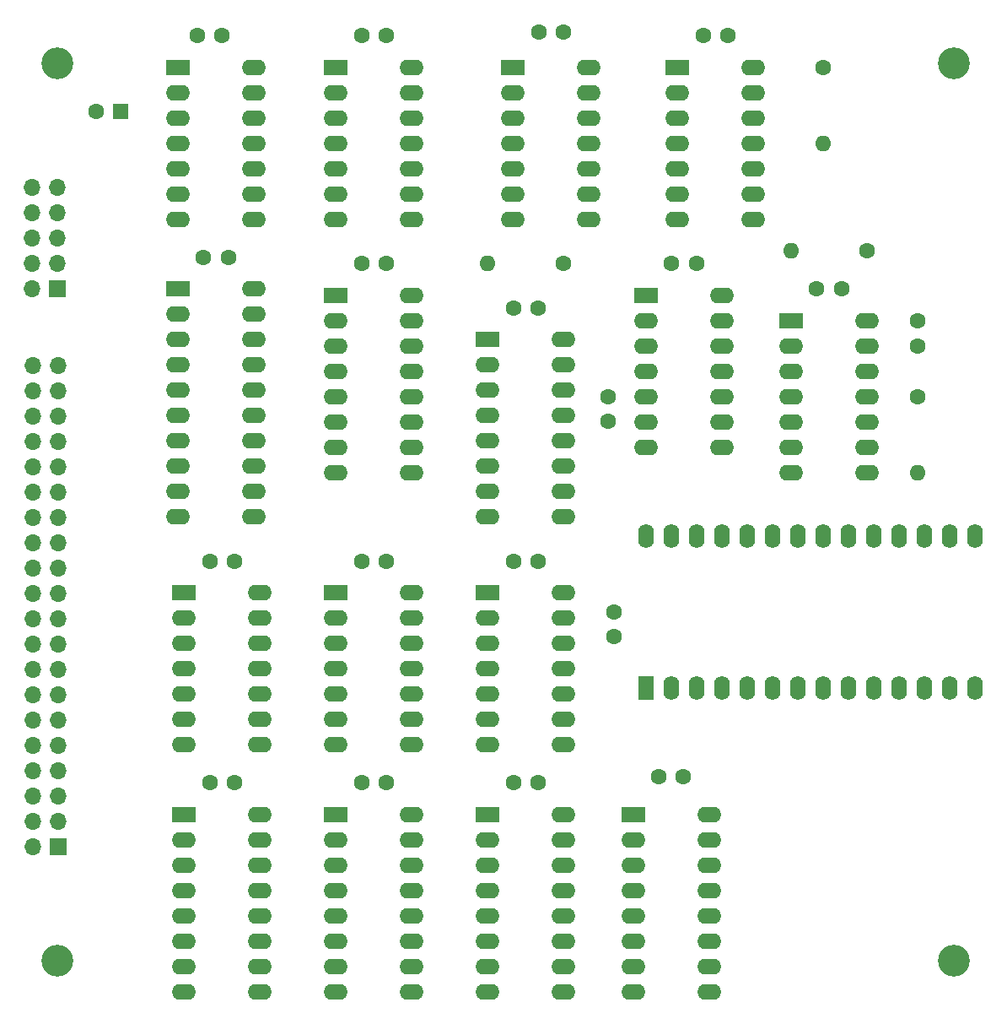
<source format=gbs>
G04 #@! TF.GenerationSoftware,KiCad,Pcbnew,(5.1.9)-1*
G04 #@! TF.CreationDate,2022-09-15T15:00:03+09:00*
G04 #@! TF.ProjectId,MZ-80B,4d5a2d38-3042-42e6-9b69-6361645f7063,rev?*
G04 #@! TF.SameCoordinates,PX53920b0PY93c3260*
G04 #@! TF.FileFunction,Soldermask,Bot*
G04 #@! TF.FilePolarity,Negative*
%FSLAX46Y46*%
G04 Gerber Fmt 4.6, Leading zero omitted, Abs format (unit mm)*
G04 Created by KiCad (PCBNEW (5.1.9)-1) date 2022-09-15 15:00:03*
%MOMM*%
%LPD*%
G01*
G04 APERTURE LIST*
%ADD10C,3.200000*%
%ADD11C,1.600000*%
%ADD12O,1.600000X1.600000*%
%ADD13R,1.600000X2.400000*%
%ADD14O,1.600000X2.400000*%
%ADD15R,2.400000X1.600000*%
%ADD16O,2.400000X1.600000*%
%ADD17R,1.700000X1.700000*%
%ADD18O,1.700000X1.700000*%
%ADD19R,1.600000X1.600000*%
G04 APERTURE END LIST*
D10*
X5000000Y95000000D03*
X95000000Y95000000D03*
X95000000Y5000000D03*
X5000000Y5000000D03*
D11*
X60325000Y61595000D03*
X60325000Y59095000D03*
X91440000Y69175000D03*
X91440000Y66675000D03*
X91440000Y61595000D03*
D12*
X91440000Y53975000D03*
X78740000Y76200000D03*
D11*
X86360000Y76200000D03*
D12*
X48260000Y74930000D03*
D11*
X55880000Y74930000D03*
X81915000Y94615000D03*
D12*
X81915000Y86995000D03*
D13*
X64135000Y32385000D03*
D14*
X97155000Y47625000D03*
X66675000Y32385000D03*
X94615000Y47625000D03*
X69215000Y32385000D03*
X92075000Y47625000D03*
X71755000Y32385000D03*
X89535000Y47625000D03*
X74295000Y32385000D03*
X86995000Y47625000D03*
X76835000Y32385000D03*
X84455000Y47625000D03*
X79375000Y32385000D03*
X81915000Y47625000D03*
X81915000Y32385000D03*
X79375000Y47625000D03*
X84455000Y32385000D03*
X76835000Y47625000D03*
X86995000Y32385000D03*
X74295000Y47625000D03*
X89535000Y32385000D03*
X71755000Y47625000D03*
X92075000Y32385000D03*
X69215000Y47625000D03*
X94615000Y32385000D03*
X66675000Y47625000D03*
X97155000Y32385000D03*
X64135000Y47625000D03*
D15*
X17780000Y19685000D03*
D16*
X25400000Y1905000D03*
X17780000Y17145000D03*
X25400000Y4445000D03*
X17780000Y14605000D03*
X25400000Y6985000D03*
X17780000Y12065000D03*
X25400000Y9525000D03*
X17780000Y9525000D03*
X25400000Y12065000D03*
X17780000Y6985000D03*
X25400000Y14605000D03*
X17780000Y4445000D03*
X25400000Y17145000D03*
X17780000Y1905000D03*
X25400000Y19685000D03*
D15*
X33020000Y19685000D03*
D16*
X40640000Y1905000D03*
X33020000Y17145000D03*
X40640000Y4445000D03*
X33020000Y14605000D03*
X40640000Y6985000D03*
X33020000Y12065000D03*
X40640000Y9525000D03*
X33020000Y9525000D03*
X40640000Y12065000D03*
X33020000Y6985000D03*
X40640000Y14605000D03*
X33020000Y4445000D03*
X40640000Y17145000D03*
X33020000Y1905000D03*
X40640000Y19685000D03*
X55880000Y19685000D03*
X48260000Y1905000D03*
X55880000Y17145000D03*
X48260000Y4445000D03*
X55880000Y14605000D03*
X48260000Y6985000D03*
X55880000Y12065000D03*
X48260000Y9525000D03*
X55880000Y9525000D03*
X48260000Y12065000D03*
X55880000Y6985000D03*
X48260000Y14605000D03*
X55880000Y4445000D03*
X48260000Y17145000D03*
X55880000Y1905000D03*
D15*
X48260000Y19685000D03*
D16*
X70485000Y19685000D03*
X62865000Y1905000D03*
X70485000Y17145000D03*
X62865000Y4445000D03*
X70485000Y14605000D03*
X62865000Y6985000D03*
X70485000Y12065000D03*
X62865000Y9525000D03*
X70485000Y9525000D03*
X62865000Y12065000D03*
X70485000Y6985000D03*
X62865000Y14605000D03*
X70485000Y4445000D03*
X62865000Y17145000D03*
X70485000Y1905000D03*
D15*
X62865000Y19685000D03*
X17780000Y41910000D03*
D16*
X25400000Y26670000D03*
X17780000Y39370000D03*
X25400000Y29210000D03*
X17780000Y36830000D03*
X25400000Y31750000D03*
X17780000Y34290000D03*
X25400000Y34290000D03*
X17780000Y31750000D03*
X25400000Y36830000D03*
X17780000Y29210000D03*
X25400000Y39370000D03*
X17780000Y26670000D03*
X25400000Y41910000D03*
X40640000Y41910000D03*
X33020000Y26670000D03*
X40640000Y39370000D03*
X33020000Y29210000D03*
X40640000Y36830000D03*
X33020000Y31750000D03*
X40640000Y34290000D03*
X33020000Y34290000D03*
X40640000Y31750000D03*
X33020000Y36830000D03*
X40640000Y29210000D03*
X33020000Y39370000D03*
X40640000Y26670000D03*
D15*
X33020000Y41910000D03*
X48260000Y41910000D03*
D16*
X55880000Y26670000D03*
X48260000Y39370000D03*
X55880000Y29210000D03*
X48260000Y36830000D03*
X55880000Y31750000D03*
X48260000Y34290000D03*
X55880000Y34290000D03*
X48260000Y31750000D03*
X55880000Y36830000D03*
X48260000Y29210000D03*
X55880000Y39370000D03*
X48260000Y26670000D03*
X55880000Y41910000D03*
D15*
X17145000Y72390000D03*
D16*
X24765000Y49530000D03*
X17145000Y69850000D03*
X24765000Y52070000D03*
X17145000Y67310000D03*
X24765000Y54610000D03*
X17145000Y64770000D03*
X24765000Y57150000D03*
X17145000Y62230000D03*
X24765000Y59690000D03*
X17145000Y59690000D03*
X24765000Y62230000D03*
X17145000Y57150000D03*
X24765000Y64770000D03*
X17145000Y54610000D03*
X24765000Y67310000D03*
X17145000Y52070000D03*
X24765000Y69850000D03*
X17145000Y49530000D03*
X24765000Y72390000D03*
D15*
X64135000Y71755000D03*
D16*
X71755000Y56515000D03*
X64135000Y69215000D03*
X71755000Y59055000D03*
X64135000Y66675000D03*
X71755000Y61595000D03*
X64135000Y64135000D03*
X71755000Y64135000D03*
X64135000Y61595000D03*
X71755000Y66675000D03*
X64135000Y59055000D03*
X71755000Y69215000D03*
X64135000Y56515000D03*
X71755000Y71755000D03*
D15*
X78740000Y69215000D03*
D16*
X86360000Y53975000D03*
X78740000Y66675000D03*
X86360000Y56515000D03*
X78740000Y64135000D03*
X86360000Y59055000D03*
X78740000Y61595000D03*
X86360000Y61595000D03*
X78740000Y59055000D03*
X86360000Y64135000D03*
X78740000Y56515000D03*
X86360000Y66675000D03*
X78740000Y53975000D03*
X86360000Y69215000D03*
D15*
X17145000Y94615000D03*
D16*
X24765000Y79375000D03*
X17145000Y92075000D03*
X24765000Y81915000D03*
X17145000Y89535000D03*
X24765000Y84455000D03*
X17145000Y86995000D03*
X24765000Y86995000D03*
X17145000Y84455000D03*
X24765000Y89535000D03*
X17145000Y81915000D03*
X24765000Y92075000D03*
X17145000Y79375000D03*
X24765000Y94615000D03*
X40640000Y94615000D03*
X33020000Y79375000D03*
X40640000Y92075000D03*
X33020000Y81915000D03*
X40640000Y89535000D03*
X33020000Y84455000D03*
X40640000Y86995000D03*
X33020000Y86995000D03*
X40640000Y84455000D03*
X33020000Y89535000D03*
X40640000Y81915000D03*
X33020000Y92075000D03*
X40640000Y79375000D03*
D15*
X33020000Y94615000D03*
D16*
X58420000Y94615000D03*
X50800000Y79375000D03*
X58420000Y92075000D03*
X50800000Y81915000D03*
X58420000Y89535000D03*
X50800000Y84455000D03*
X58420000Y86995000D03*
X50800000Y86995000D03*
X58420000Y84455000D03*
X50800000Y89535000D03*
X58420000Y81915000D03*
X50800000Y92075000D03*
X58420000Y79375000D03*
D15*
X50800000Y94615000D03*
D16*
X74930000Y94615000D03*
X67310000Y79375000D03*
X74930000Y92075000D03*
X67310000Y81915000D03*
X74930000Y89535000D03*
X67310000Y84455000D03*
X74930000Y86995000D03*
X67310000Y86995000D03*
X74930000Y84455000D03*
X67310000Y89535000D03*
X74930000Y81915000D03*
X67310000Y92075000D03*
X74930000Y79375000D03*
D15*
X67310000Y94615000D03*
D11*
X22860000Y22860000D03*
X20360000Y22860000D03*
X50840000Y22860000D03*
X53340000Y22860000D03*
X50840000Y70485000D03*
X53340000Y70485000D03*
X83780000Y72390000D03*
X81280000Y72390000D03*
X22225000Y75565000D03*
X19725000Y75565000D03*
X38100000Y22860000D03*
X35600000Y22860000D03*
X19090000Y97790000D03*
X21590000Y97790000D03*
X50840000Y45085000D03*
X53340000Y45085000D03*
X69215000Y74930000D03*
X66715000Y74930000D03*
X65405000Y23495000D03*
X67905000Y23495000D03*
X53380000Y98130000D03*
X55880000Y98130000D03*
X38100000Y45085000D03*
X35600000Y45085000D03*
X35600000Y97790000D03*
X38100000Y97790000D03*
X72390000Y97790000D03*
X69890000Y97790000D03*
X20360000Y45085000D03*
X22860000Y45085000D03*
X60960000Y40005000D03*
X60960000Y37505000D03*
X38100000Y74930000D03*
X35600000Y74930000D03*
D17*
X5160000Y16430000D03*
D18*
X2620000Y16430000D03*
X5160000Y18970000D03*
X2620000Y18970000D03*
X5160000Y21510000D03*
X2620000Y21510000D03*
X5160000Y24050000D03*
X2620000Y24050000D03*
X5160000Y26590000D03*
X2620000Y26590000D03*
X5160000Y29130000D03*
X2620000Y29130000D03*
X5160000Y31670000D03*
X2620000Y31670000D03*
X5160000Y34210000D03*
X2620000Y34210000D03*
X5160000Y36750000D03*
X2620000Y36750000D03*
X5160000Y39290000D03*
X2620000Y39290000D03*
X5160000Y41830000D03*
X2620000Y41830000D03*
X5160000Y44370000D03*
X2620000Y44370000D03*
X5160000Y46910000D03*
X2620000Y46910000D03*
X5160000Y49450000D03*
X2620000Y49450000D03*
X5160000Y51990000D03*
X2620000Y51990000D03*
X5160000Y54530000D03*
X2620000Y54530000D03*
X5160000Y57070000D03*
X2620000Y57070000D03*
X5160000Y59610000D03*
X2620000Y59610000D03*
X5160000Y62150000D03*
X2620000Y62150000D03*
X5160000Y64690000D03*
X2620000Y64690000D03*
D17*
X5080000Y72390000D03*
D18*
X2540000Y72390000D03*
X5080000Y74930000D03*
X2540000Y74930000D03*
X5080000Y77470000D03*
X2540000Y77470000D03*
X5080000Y80010000D03*
X2540000Y80010000D03*
X5080000Y82550000D03*
X2540000Y82550000D03*
D19*
X11430000Y90170000D03*
D11*
X8930000Y90170000D03*
D15*
X33020000Y71755000D03*
D16*
X40640000Y53975000D03*
X33020000Y69215000D03*
X40640000Y56515000D03*
X33020000Y66675000D03*
X40640000Y59055000D03*
X33020000Y64135000D03*
X40640000Y61595000D03*
X33020000Y61595000D03*
X40640000Y64135000D03*
X33020000Y59055000D03*
X40640000Y66675000D03*
X33020000Y56515000D03*
X40640000Y69215000D03*
X33020000Y53975000D03*
X40640000Y71755000D03*
X55880000Y67310000D03*
X48260000Y49530000D03*
X55880000Y64770000D03*
X48260000Y52070000D03*
X55880000Y62230000D03*
X48260000Y54610000D03*
X55880000Y59690000D03*
X48260000Y57150000D03*
X55880000Y57150000D03*
X48260000Y59690000D03*
X55880000Y54610000D03*
X48260000Y62230000D03*
X55880000Y52070000D03*
X48260000Y64770000D03*
X55880000Y49530000D03*
D15*
X48260000Y67310000D03*
M02*

</source>
